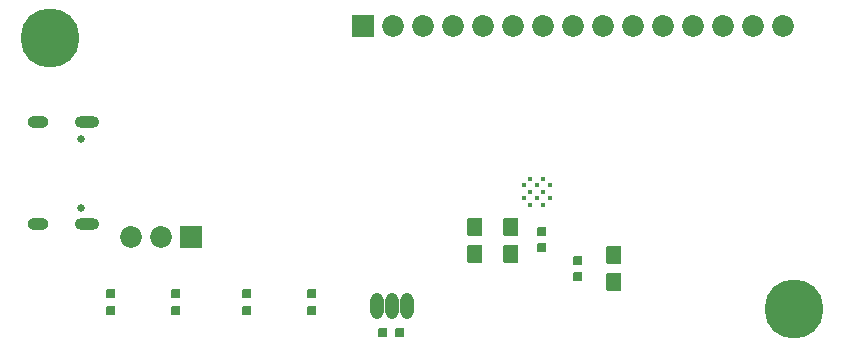
<source format=gbr>
%TF.GenerationSoftware,Altium Limited,Altium Designer,24.0.1 (36)*%
G04 Layer_Color=255*
%FSLAX45Y45*%
%MOMM*%
%TF.SameCoordinates,0E29F696-F137-483D-8A73-7D746D5A856F*%
%TF.FilePolarity,Positive*%
%TF.FileFunction,Pads,Bot*%
%TF.Part,Single*%
G01*
G75*
%TA.AperFunction,SMDPad,CuDef*%
G04:AMPARAMS|DCode=12|XSize=1.524mm|YSize=1.27mm|CornerRadius=0.09525mm|HoleSize=0mm|Usage=FLASHONLY|Rotation=270.000|XOffset=0mm|YOffset=0mm|HoleType=Round|Shape=RoundedRectangle|*
%AMROUNDEDRECTD12*
21,1,1.52400,1.07950,0,0,270.0*
21,1,1.33350,1.27000,0,0,270.0*
1,1,0.19050,-0.53975,-0.66675*
1,1,0.19050,-0.53975,0.66675*
1,1,0.19050,0.53975,0.66675*
1,1,0.19050,0.53975,-0.66675*
%
%ADD12ROUNDEDRECTD12*%
G04:AMPARAMS|DCode=16|XSize=0.762mm|YSize=0.762mm|CornerRadius=0.0381mm|HoleSize=0mm|Usage=FLASHONLY|Rotation=0.000|XOffset=0mm|YOffset=0mm|HoleType=Round|Shape=RoundedRectangle|*
%AMROUNDEDRECTD16*
21,1,0.76200,0.68580,0,0,0.0*
21,1,0.68580,0.76200,0,0,0.0*
1,1,0.07620,0.34290,-0.34290*
1,1,0.07620,-0.34290,-0.34290*
1,1,0.07620,-0.34290,0.34290*
1,1,0.07620,0.34290,0.34290*
%
%ADD16ROUNDEDRECTD16*%
%TA.AperFunction,ComponentPad*%
%ADD27C,0.40000*%
%ADD28C,1.85000*%
%ADD29R,1.85000X1.85000*%
%ADD30O,1.11000X2.22000*%
%ADD31C,0.65000*%
%ADD32O,2.10000X1.00000*%
%ADD33O,1.80000X1.00000*%
%ADD34C,5.00000*%
%TA.AperFunction,SMDPad,CuDef*%
G04:AMPARAMS|DCode=37|XSize=0.762mm|YSize=0.762mm|CornerRadius=0.0381mm|HoleSize=0mm|Usage=FLASHONLY|Rotation=270.000|XOffset=0mm|YOffset=0mm|HoleType=Round|Shape=RoundedRectangle|*
%AMROUNDEDRECTD37*
21,1,0.76200,0.68580,0,0,270.0*
21,1,0.68580,0.76200,0,0,270.0*
1,1,0.07620,-0.34290,-0.34290*
1,1,0.07620,-0.34290,0.34290*
1,1,0.07620,0.34290,0.34290*
1,1,0.07620,0.34290,-0.34290*
%
%ADD37ROUNDEDRECTD37*%
D12*
X5130800Y584200D02*
D03*
Y812800D02*
D03*
X4254500Y1043940D02*
D03*
Y815340D02*
D03*
X3954800Y818000D02*
D03*
Y1046600D02*
D03*
D16*
X3175000Y152400D02*
D03*
X3314700D02*
D03*
D27*
X4586000Y1401000D02*
D03*
X4476000D02*
D03*
X4531000Y1456000D02*
D03*
X4421000D02*
D03*
X4531000Y1346000D02*
D03*
X4586000Y1291000D02*
D03*
X4476000D02*
D03*
X4421000Y1346000D02*
D03*
X4531000Y1236000D02*
D03*
X4366000Y1401000D02*
D03*
Y1291000D02*
D03*
X4421000Y1236000D02*
D03*
D28*
X6556000Y2750000D02*
D03*
X6302000D02*
D03*
X4778000D02*
D03*
X4524000D02*
D03*
X4270000D02*
D03*
X4016000D02*
D03*
X3254000D02*
D03*
X3508000D02*
D03*
X3762000D02*
D03*
X5032000D02*
D03*
X5286000D02*
D03*
X5540000D02*
D03*
X5794000D02*
D03*
X6048000D02*
D03*
X1041400Y965200D02*
D03*
X1295400D02*
D03*
D29*
X3000000Y2750000D02*
D03*
X1549400Y965200D02*
D03*
D30*
X3124200Y378285D02*
D03*
X3251200D02*
D03*
X3378200D02*
D03*
D31*
X618000Y1789000D02*
D03*
Y1211000D02*
D03*
D32*
X668000Y1068000D02*
D03*
Y1932000D02*
D03*
D33*
X250000Y1068000D02*
D03*
Y1932000D02*
D03*
D34*
X350000Y2650000D02*
D03*
X6650000Y350000D02*
D03*
D37*
X871500Y476580D02*
D03*
Y336880D02*
D03*
X1421500Y476580D02*
D03*
Y336880D02*
D03*
X2021500Y476580D02*
D03*
Y336880D02*
D03*
X2571500Y476580D02*
D03*
Y336880D02*
D03*
X4826000Y622300D02*
D03*
Y762000D02*
D03*
X4518660Y866140D02*
D03*
Y1005840D02*
D03*
%TF.MD5,f8c731a84894bb38b8882a1caee1d713*%
M02*

</source>
